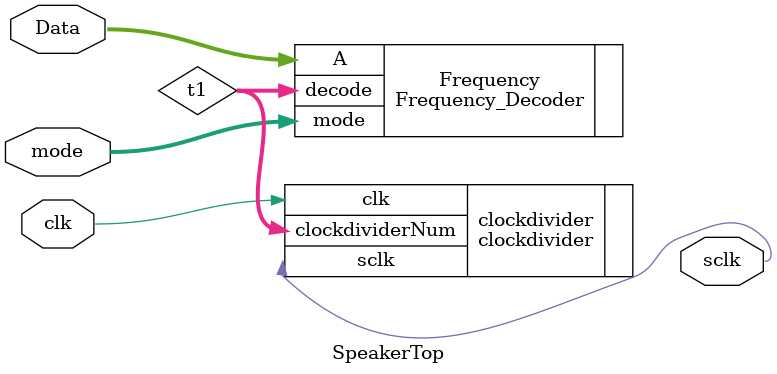
<source format=sv>
`timescale 1ns / 1ps


module SpeakerTop(
    input clk,
    input [7:0] Data,
    input [1:0] mode,
    output logic sclk
    );
    logic[19:0] t1; 
    
    Frequency_Decoder Frequency(.A(Data),.mode(mode),.decode(t1));  //Tells the clockDivider what to count to for what note
    clockdivider clockdivider (.clk(clk),.clockdividerNum(t1),.sclk(sclk));
endmodule

</source>
